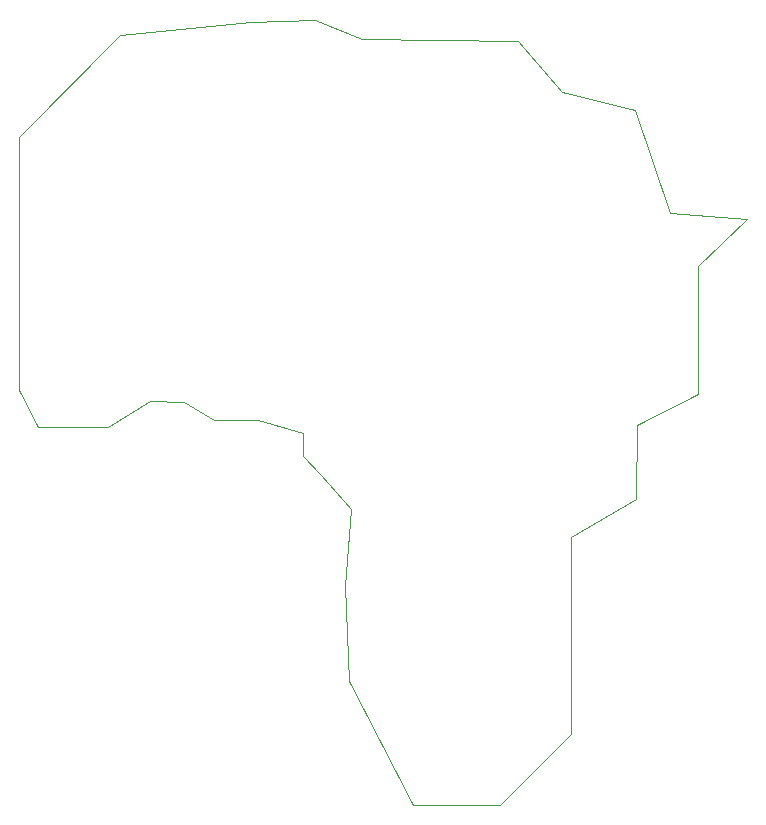
<source format=gbr>
%TF.GenerationSoftware,KiCad,Pcbnew,(6.0.0)*%
%TF.CreationDate,2022-03-10T16:25:04+01:00*%
%TF.ProjectId,ATtiny-hello,41547469-6e79-42d6-9865-6c6c6f2e6b69,rev?*%
%TF.SameCoordinates,Original*%
%TF.FileFunction,Profile,NP*%
%FSLAX46Y46*%
G04 Gerber Fmt 4.6, Leading zero omitted, Abs format (unit mm)*
G04 Created by KiCad (PCBNEW (6.0.0)) date 2022-03-10 16:25:04*
%MOMM*%
%LPD*%
G01*
G04 APERTURE LIST*
%TA.AperFunction,Profile*%
%ADD10C,0.100000*%
%TD*%
G04 APERTURE END LIST*
D10*
X21152237Y45052068D02*
X24952237Y43952068D01*
X28803600Y22952068D02*
X34276556Y12452068D01*
X26452237Y40335200D02*
X28952237Y37452068D01*
X14852237Y46552068D02*
X11929237Y46672068D01*
X53035200Y71272400D02*
X46888400Y72771000D01*
X25908000Y78867000D02*
X20396200Y78740000D01*
X24952237Y41952068D02*
X24952237Y43952068D01*
X47599600Y18440400D02*
X47599600Y35102800D01*
X53111400Y38303200D02*
X53162200Y44577000D01*
X53162200Y44577000D02*
X58394600Y47193200D01*
X43129200Y77139800D02*
X29921200Y77266800D01*
X11929237Y46672068D02*
X8449437Y44452068D01*
X17352237Y45052068D02*
X14852237Y46552068D01*
X8449437Y44452068D02*
X2455037Y44452068D01*
X28452237Y30952068D02*
X28803600Y22952068D01*
X47599600Y35102800D02*
X53111400Y38303200D01*
X9423400Y77597000D02*
X863600Y69011800D01*
X58394600Y47193200D02*
X58394600Y58064400D01*
X2455037Y44452068D02*
X889000Y47599600D01*
X20396200Y78740000D02*
X9423400Y77597000D01*
X28952237Y37452068D02*
X28452237Y30952068D01*
X62509400Y62052200D02*
X55956200Y62585600D01*
X863600Y69011800D02*
X889000Y47599600D01*
X17352237Y45052068D02*
X21152237Y45052068D01*
X41592219Y12452068D02*
X47599600Y18440400D01*
X55956200Y62585600D02*
X53035200Y71272400D01*
X46888400Y72771000D02*
X43129200Y77139800D01*
X58394600Y58064400D02*
X62509400Y62052200D01*
X34312256Y12452068D02*
X41592219Y12452068D01*
X29921200Y77266800D02*
X25908000Y78867000D01*
X24952237Y41952068D02*
X26452237Y40335200D01*
M02*

</source>
